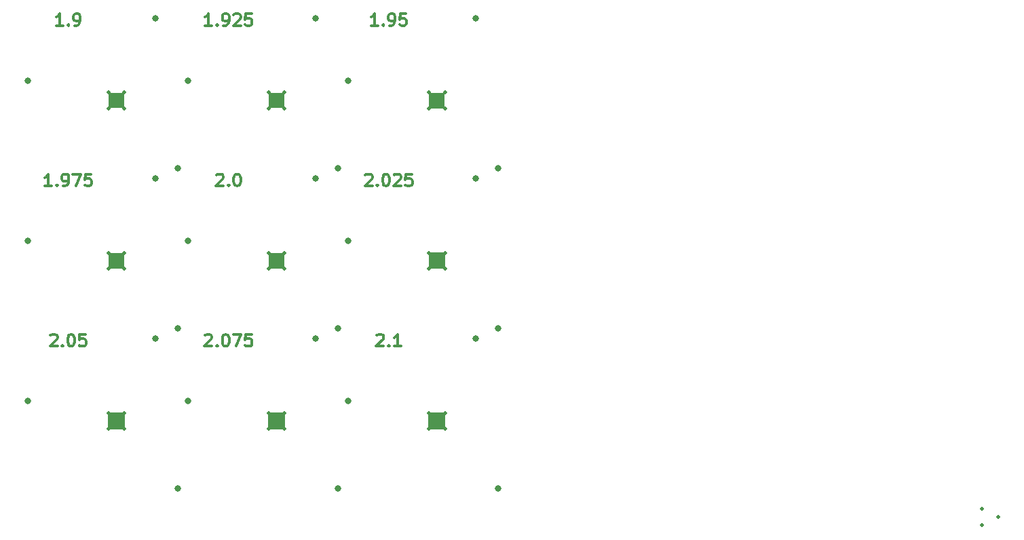
<source format=gbr>
G04 #@! TF.GenerationSoftware,KiCad,Pcbnew,5.0.2-bee76a0~70~ubuntu18.04.1*
G04 #@! TF.CreationDate,2019-08-06T20:28:12+02:00*
G04 #@! TF.ProjectId,allign_stecnil,616c6c69-676e-45f7-9374-65636e696c2e,rev?*
G04 #@! TF.SameCoordinates,Original*
G04 #@! TF.FileFunction,Paste,Top*
G04 #@! TF.FilePolarity,Positive*
%FSLAX46Y46*%
G04 Gerber Fmt 4.6, Leading zero omitted, Abs format (unit mm)*
G04 Created by KiCad (PCBNEW 5.0.2-bee76a0~70~ubuntu18.04.1) date Di 06 Aug 2019 20:28:12 CEST*
%MOMM*%
%LPD*%
G01*
G04 APERTURE LIST*
%ADD10C,0.300000*%
%ADD11C,0.100000*%
%ADD12C,0.800000*%
%ADD13C,0.500000*%
G04 APERTURE END LIST*
D10*
X132500000Y-79321428D02*
X132571428Y-79250000D01*
X132714285Y-79178571D01*
X133071428Y-79178571D01*
X133214285Y-79250000D01*
X133285714Y-79321428D01*
X133357142Y-79464285D01*
X133357142Y-79607142D01*
X133285714Y-79821428D01*
X132428571Y-80678571D01*
X133357142Y-80678571D01*
X134000000Y-80535714D02*
X134071428Y-80607142D01*
X134000000Y-80678571D01*
X133928571Y-80607142D01*
X134000000Y-80535714D01*
X134000000Y-80678571D01*
X135500000Y-80678571D02*
X134642857Y-80678571D01*
X135071428Y-80678571D02*
X135071428Y-79178571D01*
X134928571Y-79392857D01*
X134785714Y-79535714D01*
X134642857Y-79607142D01*
X111071428Y-79321428D02*
X111142857Y-79250000D01*
X111285714Y-79178571D01*
X111642857Y-79178571D01*
X111785714Y-79250000D01*
X111857142Y-79321428D01*
X111928571Y-79464285D01*
X111928571Y-79607142D01*
X111857142Y-79821428D01*
X111000000Y-80678571D01*
X111928571Y-80678571D01*
X112571428Y-80535714D02*
X112642857Y-80607142D01*
X112571428Y-80678571D01*
X112500000Y-80607142D01*
X112571428Y-80535714D01*
X112571428Y-80678571D01*
X113571428Y-79178571D02*
X113714285Y-79178571D01*
X113857142Y-79250000D01*
X113928571Y-79321428D01*
X114000000Y-79464285D01*
X114071428Y-79750000D01*
X114071428Y-80107142D01*
X114000000Y-80392857D01*
X113928571Y-80535714D01*
X113857142Y-80607142D01*
X113714285Y-80678571D01*
X113571428Y-80678571D01*
X113428571Y-80607142D01*
X113357142Y-80535714D01*
X113285714Y-80392857D01*
X113214285Y-80107142D01*
X113214285Y-79750000D01*
X113285714Y-79464285D01*
X113357142Y-79321428D01*
X113428571Y-79250000D01*
X113571428Y-79178571D01*
X114571428Y-79178571D02*
X115571428Y-79178571D01*
X114928571Y-80678571D01*
X116857142Y-79178571D02*
X116142857Y-79178571D01*
X116071428Y-79892857D01*
X116142857Y-79821428D01*
X116285714Y-79750000D01*
X116642857Y-79750000D01*
X116785714Y-79821428D01*
X116857142Y-79892857D01*
X116928571Y-80035714D01*
X116928571Y-80392857D01*
X116857142Y-80535714D01*
X116785714Y-80607142D01*
X116642857Y-80678571D01*
X116285714Y-80678571D01*
X116142857Y-80607142D01*
X116071428Y-80535714D01*
X91785714Y-79321428D02*
X91857142Y-79250000D01*
X92000000Y-79178571D01*
X92357142Y-79178571D01*
X92500000Y-79250000D01*
X92571428Y-79321428D01*
X92642857Y-79464285D01*
X92642857Y-79607142D01*
X92571428Y-79821428D01*
X91714285Y-80678571D01*
X92642857Y-80678571D01*
X93285714Y-80535714D02*
X93357142Y-80607142D01*
X93285714Y-80678571D01*
X93214285Y-80607142D01*
X93285714Y-80535714D01*
X93285714Y-80678571D01*
X94285714Y-79178571D02*
X94428571Y-79178571D01*
X94571428Y-79250000D01*
X94642857Y-79321428D01*
X94714285Y-79464285D01*
X94785714Y-79750000D01*
X94785714Y-80107142D01*
X94714285Y-80392857D01*
X94642857Y-80535714D01*
X94571428Y-80607142D01*
X94428571Y-80678571D01*
X94285714Y-80678571D01*
X94142857Y-80607142D01*
X94071428Y-80535714D01*
X94000000Y-80392857D01*
X93928571Y-80107142D01*
X93928571Y-79750000D01*
X94000000Y-79464285D01*
X94071428Y-79321428D01*
X94142857Y-79250000D01*
X94285714Y-79178571D01*
X96142857Y-79178571D02*
X95428571Y-79178571D01*
X95357142Y-79892857D01*
X95428571Y-79821428D01*
X95571428Y-79750000D01*
X95928571Y-79750000D01*
X96071428Y-79821428D01*
X96142857Y-79892857D01*
X96214285Y-80035714D01*
X96214285Y-80392857D01*
X96142857Y-80535714D01*
X96071428Y-80607142D01*
X95928571Y-80678571D01*
X95571428Y-80678571D01*
X95428571Y-80607142D01*
X95357142Y-80535714D01*
X131071428Y-59321428D02*
X131142857Y-59250000D01*
X131285714Y-59178571D01*
X131642857Y-59178571D01*
X131785714Y-59250000D01*
X131857142Y-59321428D01*
X131928571Y-59464285D01*
X131928571Y-59607142D01*
X131857142Y-59821428D01*
X131000000Y-60678571D01*
X131928571Y-60678571D01*
X132571428Y-60535714D02*
X132642857Y-60607142D01*
X132571428Y-60678571D01*
X132500000Y-60607142D01*
X132571428Y-60535714D01*
X132571428Y-60678571D01*
X133571428Y-59178571D02*
X133714285Y-59178571D01*
X133857142Y-59250000D01*
X133928571Y-59321428D01*
X134000000Y-59464285D01*
X134071428Y-59750000D01*
X134071428Y-60107142D01*
X134000000Y-60392857D01*
X133928571Y-60535714D01*
X133857142Y-60607142D01*
X133714285Y-60678571D01*
X133571428Y-60678571D01*
X133428571Y-60607142D01*
X133357142Y-60535714D01*
X133285714Y-60392857D01*
X133214285Y-60107142D01*
X133214285Y-59750000D01*
X133285714Y-59464285D01*
X133357142Y-59321428D01*
X133428571Y-59250000D01*
X133571428Y-59178571D01*
X134642857Y-59321428D02*
X134714285Y-59250000D01*
X134857142Y-59178571D01*
X135214285Y-59178571D01*
X135357142Y-59250000D01*
X135428571Y-59321428D01*
X135500000Y-59464285D01*
X135500000Y-59607142D01*
X135428571Y-59821428D01*
X134571428Y-60678571D01*
X135500000Y-60678571D01*
X136857142Y-59178571D02*
X136142857Y-59178571D01*
X136071428Y-59892857D01*
X136142857Y-59821428D01*
X136285714Y-59750000D01*
X136642857Y-59750000D01*
X136785714Y-59821428D01*
X136857142Y-59892857D01*
X136928571Y-60035714D01*
X136928571Y-60392857D01*
X136857142Y-60535714D01*
X136785714Y-60607142D01*
X136642857Y-60678571D01*
X136285714Y-60678571D01*
X136142857Y-60607142D01*
X136071428Y-60535714D01*
X112500000Y-59321428D02*
X112571428Y-59250000D01*
X112714285Y-59178571D01*
X113071428Y-59178571D01*
X113214285Y-59250000D01*
X113285714Y-59321428D01*
X113357142Y-59464285D01*
X113357142Y-59607142D01*
X113285714Y-59821428D01*
X112428571Y-60678571D01*
X113357142Y-60678571D01*
X114000000Y-60535714D02*
X114071428Y-60607142D01*
X114000000Y-60678571D01*
X113928571Y-60607142D01*
X114000000Y-60535714D01*
X114000000Y-60678571D01*
X115000000Y-59178571D02*
X115142857Y-59178571D01*
X115285714Y-59250000D01*
X115357142Y-59321428D01*
X115428571Y-59464285D01*
X115500000Y-59750000D01*
X115500000Y-60107142D01*
X115428571Y-60392857D01*
X115357142Y-60535714D01*
X115285714Y-60607142D01*
X115142857Y-60678571D01*
X115000000Y-60678571D01*
X114857142Y-60607142D01*
X114785714Y-60535714D01*
X114714285Y-60392857D01*
X114642857Y-60107142D01*
X114642857Y-59750000D01*
X114714285Y-59464285D01*
X114785714Y-59321428D01*
X114857142Y-59250000D01*
X115000000Y-59178571D01*
X91928571Y-60678571D02*
X91071428Y-60678571D01*
X91500000Y-60678571D02*
X91500000Y-59178571D01*
X91357142Y-59392857D01*
X91214285Y-59535714D01*
X91071428Y-59607142D01*
X92571428Y-60535714D02*
X92642857Y-60607142D01*
X92571428Y-60678571D01*
X92500000Y-60607142D01*
X92571428Y-60535714D01*
X92571428Y-60678571D01*
X93357142Y-60678571D02*
X93642857Y-60678571D01*
X93785714Y-60607142D01*
X93857142Y-60535714D01*
X94000000Y-60321428D01*
X94071428Y-60035714D01*
X94071428Y-59464285D01*
X94000000Y-59321428D01*
X93928571Y-59250000D01*
X93785714Y-59178571D01*
X93500000Y-59178571D01*
X93357142Y-59250000D01*
X93285714Y-59321428D01*
X93214285Y-59464285D01*
X93214285Y-59821428D01*
X93285714Y-59964285D01*
X93357142Y-60035714D01*
X93500000Y-60107142D01*
X93785714Y-60107142D01*
X93928571Y-60035714D01*
X94000000Y-59964285D01*
X94071428Y-59821428D01*
X94571428Y-59178571D02*
X95571428Y-59178571D01*
X94928571Y-60678571D01*
X96857142Y-59178571D02*
X96142857Y-59178571D01*
X96071428Y-59892857D01*
X96142857Y-59821428D01*
X96285714Y-59750000D01*
X96642857Y-59750000D01*
X96785714Y-59821428D01*
X96857142Y-59892857D01*
X96928571Y-60035714D01*
X96928571Y-60392857D01*
X96857142Y-60535714D01*
X96785714Y-60607142D01*
X96642857Y-60678571D01*
X96285714Y-60678571D01*
X96142857Y-60607142D01*
X96071428Y-60535714D01*
X132642857Y-40678571D02*
X131785714Y-40678571D01*
X132214285Y-40678571D02*
X132214285Y-39178571D01*
X132071428Y-39392857D01*
X131928571Y-39535714D01*
X131785714Y-39607142D01*
X133285714Y-40535714D02*
X133357142Y-40607142D01*
X133285714Y-40678571D01*
X133214285Y-40607142D01*
X133285714Y-40535714D01*
X133285714Y-40678571D01*
X134071428Y-40678571D02*
X134357142Y-40678571D01*
X134500000Y-40607142D01*
X134571428Y-40535714D01*
X134714285Y-40321428D01*
X134785714Y-40035714D01*
X134785714Y-39464285D01*
X134714285Y-39321428D01*
X134642857Y-39250000D01*
X134500000Y-39178571D01*
X134214285Y-39178571D01*
X134071428Y-39250000D01*
X134000000Y-39321428D01*
X133928571Y-39464285D01*
X133928571Y-39821428D01*
X134000000Y-39964285D01*
X134071428Y-40035714D01*
X134214285Y-40107142D01*
X134500000Y-40107142D01*
X134642857Y-40035714D01*
X134714285Y-39964285D01*
X134785714Y-39821428D01*
X136142857Y-39178571D02*
X135428571Y-39178571D01*
X135357142Y-39892857D01*
X135428571Y-39821428D01*
X135571428Y-39750000D01*
X135928571Y-39750000D01*
X136071428Y-39821428D01*
X136142857Y-39892857D01*
X136214285Y-40035714D01*
X136214285Y-40392857D01*
X136142857Y-40535714D01*
X136071428Y-40607142D01*
X135928571Y-40678571D01*
X135571428Y-40678571D01*
X135428571Y-40607142D01*
X135357142Y-40535714D01*
X111928571Y-40678571D02*
X111071428Y-40678571D01*
X111500000Y-40678571D02*
X111500000Y-39178571D01*
X111357142Y-39392857D01*
X111214285Y-39535714D01*
X111071428Y-39607142D01*
X112571428Y-40535714D02*
X112642857Y-40607142D01*
X112571428Y-40678571D01*
X112500000Y-40607142D01*
X112571428Y-40535714D01*
X112571428Y-40678571D01*
X113357142Y-40678571D02*
X113642857Y-40678571D01*
X113785714Y-40607142D01*
X113857142Y-40535714D01*
X114000000Y-40321428D01*
X114071428Y-40035714D01*
X114071428Y-39464285D01*
X114000000Y-39321428D01*
X113928571Y-39250000D01*
X113785714Y-39178571D01*
X113500000Y-39178571D01*
X113357142Y-39250000D01*
X113285714Y-39321428D01*
X113214285Y-39464285D01*
X113214285Y-39821428D01*
X113285714Y-39964285D01*
X113357142Y-40035714D01*
X113500000Y-40107142D01*
X113785714Y-40107142D01*
X113928571Y-40035714D01*
X114000000Y-39964285D01*
X114071428Y-39821428D01*
X114642857Y-39321428D02*
X114714285Y-39250000D01*
X114857142Y-39178571D01*
X115214285Y-39178571D01*
X115357142Y-39250000D01*
X115428571Y-39321428D01*
X115500000Y-39464285D01*
X115500000Y-39607142D01*
X115428571Y-39821428D01*
X114571428Y-40678571D01*
X115500000Y-40678571D01*
X116857142Y-39178571D02*
X116142857Y-39178571D01*
X116071428Y-39892857D01*
X116142857Y-39821428D01*
X116285714Y-39750000D01*
X116642857Y-39750000D01*
X116785714Y-39821428D01*
X116857142Y-39892857D01*
X116928571Y-40035714D01*
X116928571Y-40392857D01*
X116857142Y-40535714D01*
X116785714Y-40607142D01*
X116642857Y-40678571D01*
X116285714Y-40678571D01*
X116142857Y-40607142D01*
X116071428Y-40535714D01*
X93357142Y-40678571D02*
X92500000Y-40678571D01*
X92928571Y-40678571D02*
X92928571Y-39178571D01*
X92785714Y-39392857D01*
X92642857Y-39535714D01*
X92500000Y-39607142D01*
X94000000Y-40535714D02*
X94071428Y-40607142D01*
X94000000Y-40678571D01*
X93928571Y-40607142D01*
X94000000Y-40535714D01*
X94000000Y-40678571D01*
X94785714Y-40678571D02*
X95071428Y-40678571D01*
X95214285Y-40607142D01*
X95285714Y-40535714D01*
X95428571Y-40321428D01*
X95500000Y-40035714D01*
X95500000Y-39464285D01*
X95428571Y-39321428D01*
X95357142Y-39250000D01*
X95214285Y-39178571D01*
X94928571Y-39178571D01*
X94785714Y-39250000D01*
X94714285Y-39321428D01*
X94642857Y-39464285D01*
X94642857Y-39821428D01*
X94714285Y-39964285D01*
X94785714Y-40035714D01*
X94928571Y-40107142D01*
X95214285Y-40107142D01*
X95357142Y-40035714D01*
X95428571Y-39964285D01*
X95500000Y-39821428D01*
D11*
G36*
X138950000Y-88950000D02*
X141050000Y-88950000D01*
X141050000Y-91050000D01*
X138950000Y-91050000D01*
X138950000Y-88950000D01*
G37*
G36*
X118962500Y-88962500D02*
X121037500Y-88962500D01*
X121037500Y-91037500D01*
X118962500Y-91037500D01*
X118962500Y-88962500D01*
G37*
G36*
X98975000Y-88975000D02*
X101025000Y-88975000D01*
X101025000Y-91025000D01*
X98975000Y-91025000D01*
X98975000Y-88975000D01*
G37*
G36*
X138987500Y-68987500D02*
X141012500Y-68987500D01*
X141012500Y-71012500D01*
X138987500Y-71012500D01*
X138987500Y-68987500D01*
G37*
G36*
X119000000Y-69000000D02*
X121000000Y-69000000D01*
X121000000Y-71000000D01*
X119000000Y-71000000D01*
X119000000Y-69000000D01*
G37*
G36*
X99012500Y-69012500D02*
X100987500Y-69012500D01*
X100987500Y-70987500D01*
X99012500Y-70987500D01*
X99012500Y-69012500D01*
G37*
G36*
X139025000Y-49025000D02*
X140975000Y-49025000D01*
X140975000Y-50975000D01*
X139025000Y-50975000D01*
X139025000Y-49025000D01*
G37*
G36*
X119037500Y-49037500D02*
X120962500Y-49037500D01*
X120962500Y-50962500D01*
X119037500Y-50962500D01*
X119037500Y-49037500D01*
G37*
G36*
X99050000Y-49050000D02*
X100950000Y-49050000D01*
X100950000Y-50950000D01*
X99050000Y-50950000D01*
X99050000Y-49050000D01*
G37*
D12*
G04 #@! TO.C,REF\002A\002A*
X147627400Y-98419940D03*
G04 #@! TD*
D13*
G04 #@! TO.C,REF\002A\002A*
X141000000Y-91000000D03*
G04 #@! TD*
G04 #@! TO.C,REF\002A\002A*
X139000000Y-91000000D03*
G04 #@! TD*
D12*
G04 #@! TO.C,REF\002A\002A*
X144835940Y-79725540D03*
G04 #@! TD*
D13*
G04 #@! TO.C,REF\002A\002A*
X139000000Y-89000000D03*
G04 #@! TD*
G04 #@! TO.C,REF\002A\002A*
X141000000Y-89000000D03*
G04 #@! TD*
D12*
G04 #@! TO.C,REF\002A\002A*
X128927920Y-87505560D03*
G04 #@! TD*
G04 #@! TO.C,REF\002A\002A*
X127627400Y-98419940D03*
G04 #@! TD*
D13*
G04 #@! TO.C,REF\002A\002A*
X121000000Y-91000000D03*
G04 #@! TD*
G04 #@! TO.C,REF\002A\002A*
X119000000Y-91000000D03*
G04 #@! TD*
D12*
G04 #@! TO.C,REF\002A\002A*
X124835940Y-79725540D03*
G04 #@! TD*
D13*
G04 #@! TO.C,REF\002A\002A*
X119000000Y-89000000D03*
G04 #@! TD*
G04 #@! TO.C,REF\002A\002A*
X121000000Y-89000000D03*
G04 #@! TD*
D12*
G04 #@! TO.C,REF\002A\002A*
X108927920Y-87505560D03*
G04 #@! TD*
G04 #@! TO.C,REF\002A\002A*
X107627400Y-98419940D03*
G04 #@! TD*
D13*
G04 #@! TO.C,REF\002A\002A*
X101000000Y-91000000D03*
G04 #@! TD*
G04 #@! TO.C,REF\002A\002A*
X99000000Y-91000000D03*
G04 #@! TD*
D12*
G04 #@! TO.C,REF\002A\002A*
X104835940Y-79725540D03*
G04 #@! TD*
D13*
G04 #@! TO.C,REF\002A\002A*
X99000000Y-89000000D03*
G04 #@! TD*
G04 #@! TO.C,REF\002A\002A*
X101000000Y-89000000D03*
G04 #@! TD*
D12*
G04 #@! TO.C,REF\002A\002A*
X88927920Y-87505560D03*
G04 #@! TD*
G04 #@! TO.C,REF\002A\002A*
X147627400Y-78419940D03*
G04 #@! TD*
D13*
G04 #@! TO.C,REF\002A\002A*
X141000000Y-71000000D03*
G04 #@! TD*
G04 #@! TO.C,REF\002A\002A*
X139000000Y-71000000D03*
G04 #@! TD*
D12*
G04 #@! TO.C,REF\002A\002A*
X144835940Y-59725540D03*
G04 #@! TD*
D13*
G04 #@! TO.C,REF\002A\002A*
X139000000Y-69000000D03*
G04 #@! TD*
G04 #@! TO.C,REF\002A\002A*
X141000000Y-69000000D03*
G04 #@! TD*
D12*
G04 #@! TO.C,REF\002A\002A*
X128927920Y-67505560D03*
G04 #@! TD*
G04 #@! TO.C,REF\002A\002A*
X127627400Y-78419940D03*
G04 #@! TD*
D13*
G04 #@! TO.C,REF\002A\002A*
X121000000Y-71000000D03*
G04 #@! TD*
G04 #@! TO.C,REF\002A\002A*
X119000000Y-71000000D03*
G04 #@! TD*
D12*
G04 #@! TO.C,REF\002A\002A*
X124835940Y-59725540D03*
G04 #@! TD*
D13*
G04 #@! TO.C,REF\002A\002A*
X119000000Y-69000000D03*
G04 #@! TD*
G04 #@! TO.C,REF\002A\002A*
X121000000Y-69000000D03*
G04 #@! TD*
D12*
G04 #@! TO.C,REF\002A\002A*
X108927920Y-67505560D03*
G04 #@! TD*
G04 #@! TO.C,REF\002A\002A*
X107627400Y-78419940D03*
G04 #@! TD*
D13*
G04 #@! TO.C,REF\002A\002A*
X101000000Y-71000000D03*
G04 #@! TD*
G04 #@! TO.C,REF\002A\002A*
X99000000Y-71000000D03*
G04 #@! TD*
D12*
G04 #@! TO.C,REF\002A\002A*
X104835940Y-59725540D03*
G04 #@! TD*
D13*
G04 #@! TO.C,REF\002A\002A*
X99000000Y-69000000D03*
G04 #@! TD*
G04 #@! TO.C,REF\002A\002A*
X101000000Y-69000000D03*
G04 #@! TD*
D12*
G04 #@! TO.C,REF\002A\002A*
X88927920Y-67505560D03*
G04 #@! TD*
G04 #@! TO.C,REF\002A\002A*
X147627400Y-58419940D03*
G04 #@! TD*
D13*
G04 #@! TO.C,REF\002A\002A*
X141000000Y-51000000D03*
G04 #@! TD*
G04 #@! TO.C,REF\002A\002A*
X139000000Y-51000000D03*
G04 #@! TD*
D12*
G04 #@! TO.C,REF\002A\002A*
X144835940Y-39725540D03*
G04 #@! TD*
D13*
G04 #@! TO.C,REF\002A\002A*
X139000000Y-49000000D03*
G04 #@! TD*
G04 #@! TO.C,REF\002A\002A*
X141000000Y-49000000D03*
G04 #@! TD*
D12*
G04 #@! TO.C,REF\002A\002A*
X128927920Y-47505560D03*
G04 #@! TD*
G04 #@! TO.C,REF\002A\002A*
X127627400Y-58419940D03*
G04 #@! TD*
D13*
G04 #@! TO.C,REF\002A\002A*
X121000000Y-51000000D03*
G04 #@! TD*
G04 #@! TO.C,REF\002A\002A*
X119000000Y-51000000D03*
G04 #@! TD*
D12*
G04 #@! TO.C,REF\002A\002A*
X124835940Y-39725540D03*
G04 #@! TD*
D13*
G04 #@! TO.C,REF\002A\002A*
X119000000Y-49000000D03*
G04 #@! TD*
G04 #@! TO.C,REF\002A\002A*
X121000000Y-49000000D03*
G04 #@! TD*
D12*
G04 #@! TO.C,REF\002A\002A*
X108927920Y-47505560D03*
G04 #@! TD*
G04 #@! TO.C,REF\002A\002A*
X88927920Y-47505560D03*
G04 #@! TD*
G04 #@! TO.C,REF\002A\002A*
X107627400Y-58419940D03*
G04 #@! TD*
G04 #@! TO.C,REF\002A\002A*
X104835940Y-39725540D03*
G04 #@! TD*
D13*
G04 #@! TO.C,REF\002A\002A*
X99000000Y-49000000D03*
G04 #@! TD*
G04 #@! TO.C,REF\002A\002A*
X99000000Y-51000000D03*
G04 #@! TD*
G04 #@! TO.C,REF\002A\002A*
X101000000Y-51000000D03*
G04 #@! TD*
G04 #@! TO.C,*
X208000000Y-101000000D03*
G04 #@! TD*
G04 #@! TO.C,*
X210000000Y-102000000D03*
G04 #@! TD*
G04 #@! TO.C,*
X208000000Y-101000000D03*
G04 #@! TD*
G04 #@! TO.C,*
X208000000Y-103000000D03*
G04 #@! TD*
G04 #@! TO.C,REF\002A\002A*
X101000000Y-49000000D03*
G04 #@! TD*
M02*

</source>
